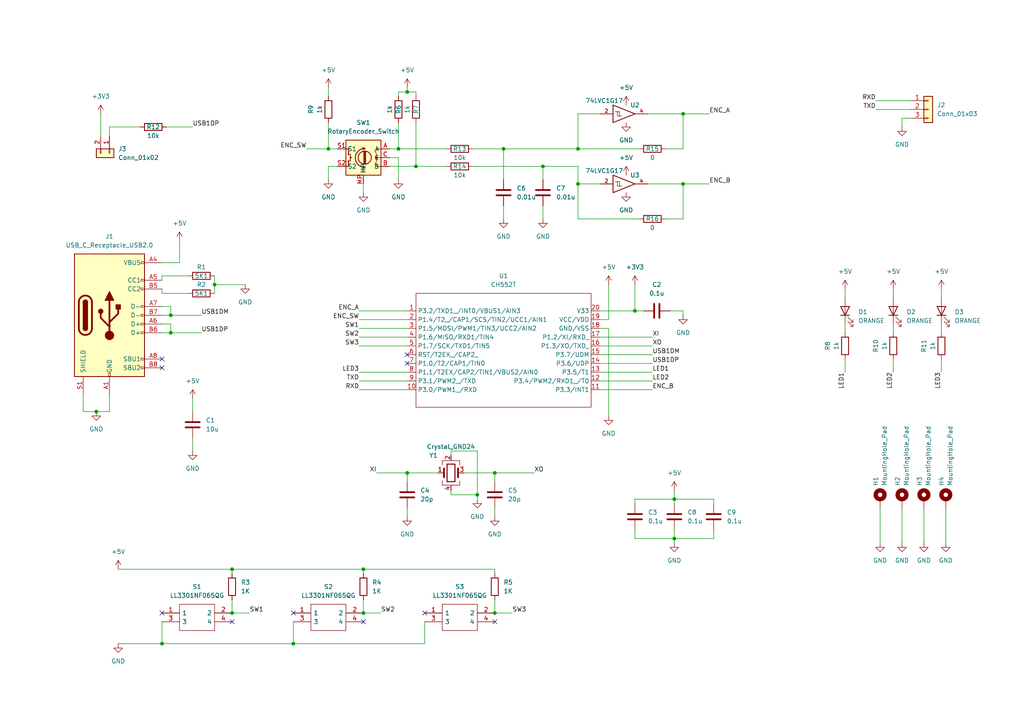
<source format=kicad_sch>
(kicad_sch (version 20211123) (generator eeschema)
  (paper "A4")
  (lib_symbols
    (symbol "74xGxx:74LVC1G17" (pin_names (offset 1.016))
      (property "Reference" "U" (at -2.54 3.81 0))
      (property "Value" "74LVC1G17" (at 0 -3.81 0))
      (symbol "74LVC1G17_0_1"
        (polyline (pts (xy -2.54 0.635) (xy -1.905 0.635) (xy -1.905 -0.635)))
        (polyline (pts (xy -3.81 2.54) (xy -3.81 -2.54) (xy 2.54 0) (xy -3.81 2.54)) (stroke (width 0.254)))
        (polyline (pts (xy -3.175 0.635) (xy -2.54 0.635) (xy -2.54 -0.635) (xy -1.27 -0.635)))
      )
      (symbol "74LVC1G17_1_1"
        (pin input line (at -7.62 0 0) (length 3.81) (name "~") (number "2"))
        (pin power_in line (at 0 -2.54 270) (length 0) hide (name "GND") (number "3"))
        (pin output line (at 6.35 0 180) (length 3.81) (name "~") (number "4"))
        (pin power_in line (at 0 2.54 90) (length 0) hide (name "VCC") (number "5"))
      )
    )
    (symbol "Connector:USB_C_Receptacle_USB2.0" (pin_names (offset 1.016))
      (property "Reference" "J" (at -10.16 19.05 0))
      (property "Value" "USB_C_Receptacle_USB2.0" (at 19.05 19.05 0))
      (symbol "USB_C_Receptacle_USB2.0_0_0"
        (rectangle (start -0.254 -17.78) (end 0.254 -16.764))
        (rectangle (start 10.16 -14.986) (end 9.144 -15.494))
        (rectangle (start 10.16 -12.446) (end 9.144 -12.954))
        (rectangle (start 10.16 -4.826) (end 9.144 -5.334))
        (rectangle (start 10.16 -2.286) (end 9.144 -2.794))
        (rectangle (start 10.16 0.254) (end 9.144 -0.254))
        (rectangle (start 10.16 2.794) (end 9.144 2.286))
        (rectangle (start 10.16 7.874) (end 9.144 7.366))
        (rectangle (start 10.16 10.414) (end 9.144 9.906))
        (rectangle (start 10.16 15.494) (end 9.144 14.986))
      )
      (symbol "USB_C_Receptacle_USB2.0_0_1"
        (rectangle (start -10.16 17.78) (end 10.16 -17.78) (stroke (width 0.254)) (fill (type background)))
        (arc (start -8.89 -3.81) (mid -6.985 -5.715) (end -5.08 -3.81) (stroke (width 0.508)))
        (arc (start -7.62 -3.81) (mid -6.985 -4.445) (end -6.35 -3.81) (stroke (width 0.254)))
        (arc (start -7.62 -3.81) (mid -6.985 -4.445) (end -6.35 -3.81) (stroke (width 0.254)) (fill (type outline)))
        (rectangle (start -7.62 -3.81) (end -6.35 3.81) (stroke (width 0.254)) (fill (type outline)))
        (arc (start -6.35 3.81) (mid -6.985 4.445) (end -7.62 3.81) (stroke (width 0.254)))
        (arc (start -6.35 3.81) (mid -6.985 4.445) (end -7.62 3.81) (stroke (width 0.254)) (fill (type outline)))
        (arc (start -5.08 3.81) (mid -6.985 5.715) (end -8.89 3.81) (stroke (width 0.508)))
        (circle (center -2.54 1.143) (radius 0.635) (stroke (width 0.254)) (fill (type outline)))
        (circle (center 0 -5.842) (radius 1.27) (fill (type outline)))
        (polyline (pts (xy -8.89 -3.81) (xy -8.89 3.81)) (stroke (width 0.508)))
        (polyline (pts (xy -5.08 3.81) (xy -5.08 -3.81)) (stroke (width 0.508)))
        (polyline (pts (xy 0 -5.842) (xy 0 4.318)) (stroke (width 0.508)))
        (polyline (pts (xy 0 -3.302) (xy -2.54 -0.762) (xy -2.54 0.508)) (stroke (width 0.508)))
        (polyline (pts (xy 0 -2.032) (xy 2.54 0.508) (xy 2.54 1.778)) (stroke (width 0.508)))
        (polyline (pts (xy -1.27 4.318) (xy 0 6.858) (xy 1.27 4.318) (xy -1.27 4.318)) (stroke (width 0.254)) (fill (type outline)))
        (rectangle (start 1.905 1.778) (end 3.175 3.048) (stroke (width 0.254)) (fill (type outline)))
      )
      (symbol "USB_C_Receptacle_USB2.0_1_1"
        (pin passive line (at 0 -22.86 90) (length 5.08) (name "GND") (number "A1"))
        (pin passive line (at 0 -22.86 90) (length 5.08) hide (name "GND") (number "A12"))
        (pin passive line (at 15.24 15.24 180) (length 5.08) (name "VBUS") (number "A4"))
        (pin bidirectional line (at 15.24 10.16 180) (length 5.08) (name "CC1") (number "A5"))
        (pin bidirectional line (at 15.24 -2.54 180) (length 5.08) (name "D+") (number "A6"))
        (pin bidirectional line (at 15.24 2.54 180) (length 5.08) (name "D-") (number "A7"))
        (pin bidirectional line (at 15.24 -12.7 180) (length 5.08) (name "SBU1") (number "A8"))
        (pin passive line (at 15.24 15.24 180) (length 5.08) hide (name "VBUS") (number "A9"))
        (pin passive line (at 0 -22.86 90) (length 5.08) hide (name "GND") (number "B1"))
        (pin passive line (at 0 -22.86 90) (length 5.08) hide (name "GND") (number "B12"))
        (pin passive line (at 15.24 15.24 180) (length 5.08) hide (name "VBUS") (number "B4"))
        (pin bidirectional line (at 15.24 7.62 180) (length 5.08) (name "CC2") (number "B5"))
        (pin bidirectional line (at 15.24 -5.08 180) (length 5.08) (name "D+") (number "B6"))
        (pin bidirectional line (at 15.24 0 180) (length 5.08) (name "D-") (number "B7"))
        (pin bidirectional line (at 15.24 -15.24 180) (length 5.08) (name "SBU2") (number "B8"))
        (pin passive line (at 15.24 15.24 180) (length 5.08) hide (name "VBUS") (number "B9"))
        (pin passive line (at -7.62 -22.86 90) (length 5.08) (name "SHIELD") (number "S1"))
      )
    )
    (symbol "Connector_Generic:Conn_01x02" (pin_names (offset 1.016) hide)
      (property "Reference" "J" (at 0 2.54 0))
      (property "Value" "Conn_01x02" (at 0 -5.08 0))
      (symbol "Conn_01x02_1_1"
        (rectangle (start -1.27 -2.413) (end 0 -2.667) (stroke (width 0.1524)))
        (rectangle (start -1.27 0.127) (end 0 -0.127) (stroke (width 0.1524)))
        (rectangle (start -1.27 1.27) (end 1.27 -3.81) (stroke (width 0.254)) (fill (type background)))
        (pin passive line (at -5.08 0 0) (length 3.81) (name "Pin_1") (number "1"))
        (pin passive line (at -5.08 -2.54 0) (length 3.81) (name "Pin_2") (number "2"))
      )
    )
    (symbol "Connector_Generic:Conn_01x03" (pin_names (offset 1.016) hide)
      (property "Reference" "J" (at 0 5.08 0))
      (property "Value" "Conn_01x03" (at 0 -5.08 0))
      (symbol "Conn_01x03_1_1"
        (rectangle (start -1.27 -2.413) (end 0 -2.667) (stroke (width 0.1524)))
        (rectangle (start -1.27 0.127) (end 0 -0.127) (stroke (width 0.1524)))
        (rectangle (start -1.27 2.667) (end 0 2.413) (stroke (width 0.1524)))
        (rectangle (start -1.27 3.81) (end 1.27 -3.81) (stroke (width 0.254)) (fill (type background)))
        (pin passive line (at -5.08 2.54 0) (length 3.81) (name "Pin_1") (number "1"))
        (pin passive line (at -5.08 0 0) (length 3.81) (name "Pin_2") (number "2"))
        (pin passive line (at -5.08 -2.54 0) (length 3.81) (name "Pin_3") (number "3"))
      )
    )
    (symbol "Device:C" (pin_numbers hide) (pin_names (offset 0.254))
      (property "Reference" "C" (at 0.635 2.54 0))
      (property "Value" "C" (at 0.635 -2.54 0))
      (symbol "C_0_1"
        (polyline (pts (xy -2.032 -0.762) (xy 2.032 -0.762)) (stroke (width 0.508)))
        (polyline (pts (xy -2.032 0.762) (xy 2.032 0.762)) (stroke (width 0.508)))
      )
      (symbol "C_1_1"
        (pin passive line (at 0 3.81 270) (length 2.794) (name "~") (number "1"))
        (pin passive line (at 0 -3.81 90) (length 2.794) (name "~") (number "2"))
      )
    )
    (symbol "Device:Crystal_GND24" (pin_names (offset 1.016) hide)
      (property "Reference" "Y" (at 3.175 5.08 0))
      (property "Value" "Crystal_GND24" (at 3.175 3.175 0))
      (symbol "Crystal_GND24_0_1"
        (rectangle (start -1.143 2.54) (end 1.143 -2.54) (stroke (width 0.3048)))
        (polyline (pts (xy -2.54 0) (xy -2.032 0)))
        (polyline (pts (xy -2.032 -1.27) (xy -2.032 1.27)) (stroke (width 0.508)))
        (polyline (pts (xy 0 -3.81) (xy 0 -3.556)))
        (polyline (pts (xy 0 3.556) (xy 0 3.81)))
        (polyline (pts (xy 2.032 -1.27) (xy 2.032 1.27)) (stroke (width 0.508)))
        (polyline (pts (xy 2.032 0) (xy 2.54 0)))
        (polyline (pts (xy -2.54 -2.286) (xy -2.54 -3.556) (xy 2.54 -3.556) (xy 2.54 -2.286)))
        (polyline (pts (xy -2.54 2.286) (xy -2.54 3.556) (xy 2.54 3.556) (xy 2.54 2.286)))
      )
      (symbol "Crystal_GND24_1_1"
        (pin passive line (at -3.81 0 0) (length 1.27) (name "1") (number "1"))
        (pin passive line (at 0 5.08 270) (length 1.27) (name "2") (number "2"))
        (pin passive line (at 3.81 0 180) (length 1.27) (name "3") (number "3"))
        (pin passive line (at 0 -5.08 90) (length 1.27) (name "4") (number "4"))
      )
    )
    (symbol "Device:LED" (pin_numbers hide) (pin_names (offset 1.016) hide)
      (property "Reference" "D" (at 0 2.54 0))
      (property "Value" "LED" (at 0 -2.54 0))
      (symbol "LED_0_1"
        (polyline (pts (xy -1.27 -1.27) (xy -1.27 1.27)) (stroke (width 0.254)))
        (polyline (pts (xy -1.27 0) (xy 1.27 0)))
        (polyline (pts (xy 1.27 -1.27) (xy 1.27 1.27) (xy -1.27 0) (xy 1.27 -1.27)) (stroke (width 0.254)))
        (polyline (pts (xy -3.048 -0.762) (xy -4.572 -2.286) (xy -3.81 -2.286) (xy -4.572 -2.286) (xy -4.572 -1.524)))
        (polyline (pts (xy -1.778 -0.762) (xy -3.302 -2.286) (xy -2.54 -2.286) (xy -3.302 -2.286) (xy -3.302 -1.524)))
      )
      (symbol "LED_1_1"
        (pin passive line (at -3.81 0 0) (length 2.54) (name "K") (number "1"))
        (pin passive line (at 3.81 0 180) (length 2.54) (name "A") (number "2"))
      )
    )
    (symbol "Device:R" (pin_numbers hide) (pin_names (offset 0))
      (property "Reference" "R" (at 2.032 0 90))
      (property "Value" "R" (at 0 0 90))
      (symbol "R_0_1"
        (rectangle (start -1.016 -2.54) (end 1.016 2.54) (stroke (width 0.254)))
      )
      (symbol "R_1_1"
        (pin passive line (at 0 3.81 270) (length 1.27) (name "~") (number "1"))
        (pin passive line (at 0 -3.81 90) (length 1.27) (name "~") (number "2"))
      )
    )
    (symbol "Mechanical:MountingHole_Pad" (pin_numbers hide) (pin_names (offset 1.016) hide)
      (property "Reference" "H" (at 0 6.35 0))
      (property "Value" "MountingHole_Pad" (at 0 4.445 0))
      (symbol "MountingHole_Pad_0_1"
        (circle (center 0 1.27) (radius 1.27) (stroke (width 1.27)))
      )
      (symbol "MountingHole_Pad_1_1"
        (pin input line (at 0 -2.54 90) (length 2.54) (name "1") (number "1"))
      )
    )
    (symbol "SamacSys_Parts:LL3301NF065QG" (pin_names (offset 0.762))
      (property "Reference" "S" (at 16.51 7.62 0))
      (property "Value" "LL3301NF065QG" (at 16.51 5.08 0))
      (symbol "LL3301NF065QG_0_0"
        (pin passive line (at 0 0 0) (length 5.08) (name "1") (number "1"))
        (pin passive line (at 20.32 0 180) (length 5.08) (name "2") (number "2"))
        (pin passive line (at 0 -2.54 0) (length 5.08) (name "3") (number "3"))
        (pin passive line (at 20.32 -2.54 180) (length 5.08) (name "4") (number "4"))
      )
      (symbol "LL3301NF065QG_0_1"
        (polyline (pts (xy 5.08 2.54) (xy 15.24 2.54) (xy 15.24 -5.08) (xy 5.08 -5.08) (xy 5.08 2.54)) (stroke (width 0.1524)))
      )
    )
    (symbol "Signetics:CH552T"
      (property "Reference" "U" (at 3.81 7.62 0))
      (property "Value" "CH552T" (at 29.21 3.81 0))
      (symbol "CH552T_0_1"
        (rectangle (start 2.54 5.08) (end 53.34 -27.94))
      )
      (symbol "CH552T_1_1"
        (pin bidirectional line (at 0 0 0) (length 2.54) (name "P3.2/TXD1_/INT0/VBUS1/AIN3") (number "1"))
        (pin bidirectional line (at 0 -22.86 0) (length 2.54) (name "P3.0/PWM1_/RXD") (number "10"))
        (pin bidirectional line (at 55.88 -22.86 180) (length 2.54) (name "P3.3/INT1") (number "11"))
        (pin bidirectional line (at 55.88 -20.32 180) (length 2.54) (name "P3.4/PWM2/RXD1_/T0") (number "12"))
        (pin bidirectional line (at 55.88 -17.78 180) (length 2.54) (name "P3.5/T1") (number "13"))
        (pin bidirectional line (at 55.88 -15.24 180) (length 2.54) (name "P3.6/UDP") (number "14"))
        (pin bidirectional line (at 55.88 -12.7 180) (length 2.54) (name "P3.7/UDM") (number "15"))
        (pin bidirectional line (at 55.88 -10.16 180) (length 2.54) (name "P1.3/XO/TXD_") (number "16"))
        (pin bidirectional line (at 55.88 -7.62 180) (length 2.54) (name "P1.2/XI/RXD_") (number "17"))
        (pin power_in line (at 55.88 -5.08 180) (length 2.54) (name "GND/VSS") (number "18"))
        (pin power_in line (at 55.88 -2.54 180) (length 2.54) (name "VCC/VDD") (number "19"))
        (pin bidirectional line (at 0 -2.54 0) (length 2.54) (name "P1.4/T2_/CAP1/SCS/TIN2/UCC1/AIN1") (number "2"))
        (pin unspecified line (at 55.88 0 180) (length 2.54) (name "V33") (number "20"))
        (pin bidirectional line (at 0 -5.08 0) (length 2.54) (name "P1.5/MOSI/PWM1/TIN3/UCC2/AIN2") (number "3"))
        (pin bidirectional line (at 0 -7.62 0) (length 2.54) (name "P1.6/MISO/RXD1/TIN4") (number "4"))
        (pin bidirectional line (at 0 -10.16 0) (length 2.54) (name "P1.7/SCK/TXD1/TIN5") (number "5"))
        (pin bidirectional line (at 0 -12.7 0) (length 2.54) (name "RST/T2EX_/CAP2_") (number "6"))
        (pin bidirectional line (at 0 -15.24 0) (length 2.54) (name "P1.0/T2/CAP1/TIN0") (number "7"))
        (pin bidirectional line (at 0 -17.78 0) (length 2.54) (name "P1.1/T2EX/CAP2/TIN1/VBUS2/AIN0") (number "8"))
        (pin bidirectional line (at 0 -20.32 0) (length 2.54) (name "P3.1/PWM2_/TXD") (number "9"))
      )
    )
    (symbol "Signetics:RotaryEncoder_Switch"
      (property "Reference" "SW" (at 6.35 11.43 0))
      (property "Value" "RotaryEncoder_Switch" (at 7.62 8.89 0))
      (symbol "RotaryEncoder_Switch_0_1"
        (polyline (pts (xy 6.985 0.762) (xy 6.985 4.318)) (stroke (width 0.254)))
        (polyline (pts (xy 7.239 0.762) (xy 7.239 4.318)) (stroke (width 0.254)))
        (polyline (pts (xy 7.493 4.318) (xy 7.493 0.762)) (stroke (width 0.254)))
        (polyline (pts (xy 11.43 2.54) (xy 11.049 2.54)) (stroke (width 0.254)))
        (polyline (pts (xy 11.43 3.556) (xy 11.43 1.524)) (stroke (width 0.254)))
        (polyline (pts (xy 2.54 0) (xy 3.81 0) (xy 3.81 0.508)))
        (polyline (pts (xy 2.54 5.08) (xy 3.81 5.08) (xy 3.81 4.572)))
        (polyline (pts (xy 7.874 -0.508) (xy 7.112 -0.254) (xy 7.747 0.127)) (stroke (width 0.254)))
        (polyline (pts (xy 7.874 5.461) (xy 7.112 5.207) (xy 7.747 4.826)) (stroke (width 0.254)))
        (polyline (pts (xy 12.7 0) (xy 11.938 0) (xy 11.938 1.524)) (stroke (width 0.254)))
        (polyline (pts (xy 12.7 5.08) (xy 11.938 5.08) (xy 11.938 3.556)) (stroke (width 0.254)))
        (polyline (pts (xy 2.54 2.54) (xy 3.81 2.54) (xy 3.81 1.524) (xy 4.318 0.508)))
        (polyline (pts (xy 3.302 2.54) (xy 3.81 2.54) (xy 3.81 3.556) (xy 4.318 4.572)))
        (rectangle (start 2.54 7.62) (end 12.7 -2.54) (stroke (width 0.254)) (fill (type background)))
        (circle (center 3.81 2.54) (radius 0.254) (fill (type outline)))
        (arc (start 7.239 -0.254) (mid 9.9822 2.4765) (end 7.239 5.207) (stroke (width 0.254)))
        (circle (center 7.239 2.54) (radius 1.905) (stroke (width 0.254)))
        (circle (center 11.938 1.524) (radius 0.127) (stroke (width 0.254)))
        (circle (center 11.938 3.556) (radius 0.127) (stroke (width 0.254)))
      )
      (symbol "RotaryEncoder_Switch_1_1"
        (pin passive line (at 0 5.08 0) (length 2.54) (name "A") (number "A"))
        (pin passive line (at 0 0 0) (length 2.54) (name "B") (number "B"))
        (pin passive line (at 0 2.54 0) (length 2.54) (name "C") (number "C"))
        (pin passive line (at 7.62 -5.08 90) (length 2.54) (name "MP") (number "MP"))
        (pin passive line (at 15.24 5.08 180) (length 2.54) (name "S1") (number "S1"))
        (pin passive line (at 15.24 0 180) (length 2.54) (name "S2") (number "S2"))
      )
    )
    (symbol "power:+3V3" (power) (pin_names (offset 0))
      (property "Value" "+3V3" (at 0 3.556 0))
      (symbol "+3V3_0_1"
        (polyline (pts (xy -0.762 1.27) (xy 0 2.54)))
        (polyline (pts (xy 0 0) (xy 0 2.54)))
        (polyline (pts (xy 0 2.54) (xy 0.762 1.27)))
      )
      (symbol "+3V3_1_1"
        (pin power_in line (at 0 0 90) (length 0) hide (name "+3V3") (number "1"))
      )
    )
    (symbol "power:+5V" (power) (pin_names (offset 0))
      (property "Value" "+5V" (at 0 3.556 0))
      (symbol "+5V_0_1"
        (polyline (pts (xy -0.762 1.27) (xy 0 2.54)))
        (polyline (pts (xy 0 0) (xy 0 2.54)))
        (polyline (pts (xy 0 2.54) (xy 0.762 1.27)))
      )
      (symbol "+5V_1_1"
        (pin power_in line (at 0 0 90) (length 0) hide (name "+5V") (number "1"))
      )
    )
    (symbol "power:GND" (power) (pin_names (offset 0))
      (property "Value" "GND" (at 0 -3.81 0))
      (symbol "GND_0_1"
        (polyline (pts (xy 0 0) (xy 0 -1.27) (xy 1.27 -1.27) (xy 0 -2.54) (xy -1.27 -1.27) (xy 0 -1.27)))
      )
      (symbol "GND_1_1"
        (pin power_in line (at 0 0 270) (length 0) hide (name "GND") (number "1"))
      )
    )
  )
  (junction (at 62.23 82.55))
  (junction (at 143.51 177.8))
  (junction (at 115.57 43.18))
  (junction (at 195.58 156.21))
  (junction (at 167.64 53.34))
  (junction (at 167.64 43.18))
  (junction (at 138.43 143.51))
  (junction (at 49.53 91.44))
  (junction (at 120.65 48.26))
  (junction (at 67.31 165.1))
  (junction (at 105.41 165.1))
  (junction (at 67.31 177.8))
  (junction (at 198.12 53.34))
  (junction (at 198.12 33.02))
  (junction (at 118.11 26.67))
  (junction (at 49.53 96.52))
  (junction (at 184.15 90.17))
  (junction (at 46.99 186.69))
  (junction (at 27.94 119.38))
  (junction (at 195.58 144.78))
  (junction (at 95.25 43.18))
  (junction (at 146.05 43.18))
  (junction (at 157.48 48.26))
  (junction (at 143.51 137.16))
  (junction (at 105.41 177.8))
  (junction (at 118.11 137.16))
  (junction (at 85.09 186.69))
  (no_connect (at 46.99 106.68))
  (no_connect (at 46.99 177.8))
  (no_connect (at 143.51 180.34))
  (no_connect (at 105.41 180.34))
  (no_connect (at 118.11 105.41))
  (no_connect (at 85.09 177.8))
  (no_connect (at 123.19 177.8))
  (no_connect (at 67.31 180.34))
  (no_connect (at 46.99 104.14))
  (no_connect (at 118.11 102.87))
  (wire (pts (xy 146.05 43.18) (xy 146.05 52.07)))
  (wire (pts (xy 118.11 25.4) (xy 118.11 26.67)))
  (wire (pts (xy 167.64 63.5) (xy 167.64 53.34)))
  (wire (pts (xy 185.42 63.5) (xy 167.64 63.5)))
  (wire (pts (xy 120.65 26.67) (xy 120.65 27.94)))
  (wire (pts (xy 105.41 173.99) (xy 105.41 177.8)))
  (wire (pts (xy 261.62 34.29) (xy 261.62 36.83)))
  (wire (pts (xy 157.48 59.69) (xy 157.48 63.5)))
  (wire (pts (xy 104.14 97.79) (xy 118.11 97.79)))
  (wire (pts (xy 259.08 83.82) (xy 259.08 86.36)))
  (wire (pts (xy 46.99 96.52) (xy 49.53 96.52)))
  (wire (pts (xy 105.41 165.1) (xy 143.51 165.1)))
  (wire (pts (xy 34.29 186.69) (xy 46.99 186.69)))
  (wire (pts (xy 176.53 82.55) (xy 176.53 92.71)))
  (wire (pts (xy 95.25 35.56) (xy 95.25 43.18)))
  (wire (pts (xy 48.26 36.83) (xy 55.88 36.83)))
  (wire (pts (xy 207.01 144.78) (xy 207.01 146.05)))
  (wire (pts (xy 143.51 147.32) (xy 143.51 149.86)))
  (wire (pts (xy 138.43 143.51) (xy 138.43 144.78)))
  (wire (pts (xy 143.51 177.8) (xy 148.59 177.8)))
  (wire (pts (xy 115.57 45.72) (xy 115.57 52.07)))
  (wire (pts (xy 123.19 180.34) (xy 123.19 186.69)))
  (wire (pts (xy 184.15 90.17) (xy 186.69 90.17)))
  (wire (pts (xy 173.99 95.25) (xy 176.53 95.25)))
  (wire (pts (xy 104.14 100.33) (xy 118.11 100.33)))
  (wire (pts (xy 46.99 91.44) (xy 49.53 91.44)))
  (wire (pts (xy 31.75 114.3) (xy 31.75 119.38)))
  (wire (pts (xy 46.99 83.82) (xy 46.99 85.09)))
  (wire (pts (xy 198.12 43.18) (xy 198.12 33.02)))
  (wire (pts (xy 46.99 80.01) (xy 54.61 80.01)))
  (wire (pts (xy 157.48 48.26) (xy 167.64 48.26)))
  (wire (pts (xy 95.25 43.18) (xy 97.79 43.18)))
  (wire (pts (xy 157.48 48.26) (xy 157.48 52.07)))
  (wire (pts (xy 46.99 180.34) (xy 46.99 186.69)))
  (wire (pts (xy 143.51 173.99) (xy 143.51 177.8)))
  (wire (pts (xy 31.75 36.83) (xy 31.75 39.37)))
  (wire (pts (xy 173.99 105.41) (xy 189.23 105.41)))
  (wire (pts (xy 273.05 83.82) (xy 273.05 86.36)))
  (wire (pts (xy 259.08 93.98) (xy 259.08 96.52)))
  (wire (pts (xy 85.09 186.69) (xy 46.99 186.69)))
  (wire (pts (xy 134.62 137.16) (xy 143.51 137.16)))
  (wire (pts (xy 184.15 146.05) (xy 184.15 144.78)))
  (wire (pts (xy 118.11 137.16) (xy 127 137.16)))
  (wire (pts (xy 29.21 33.02) (xy 29.21 39.37)))
  (wire (pts (xy 195.58 144.78) (xy 195.58 146.05)))
  (wire (pts (xy 245.11 104.14) (xy 245.11 107.95)))
  (wire (pts (xy 167.64 43.18) (xy 167.64 33.02)))
  (wire (pts (xy 46.99 85.09) (xy 54.61 85.09)))
  (wire (pts (xy 49.53 91.44) (xy 58.42 91.44)))
  (wire (pts (xy 67.31 165.1) (xy 105.41 165.1)))
  (wire (pts (xy 184.15 82.55) (xy 184.15 90.17)))
  (wire (pts (xy 137.16 43.18) (xy 146.05 43.18)))
  (wire (pts (xy 115.57 43.18) (xy 129.54 43.18)))
  (wire (pts (xy 184.15 153.67) (xy 184.15 156.21)))
  (wire (pts (xy 118.11 147.32) (xy 118.11 149.86)))
  (wire (pts (xy 143.51 165.1) (xy 143.51 166.37)))
  (wire (pts (xy 146.05 43.18) (xy 167.64 43.18)))
  (wire (pts (xy 255.27 157.48) (xy 255.27 147.32)))
  (wire (pts (xy 85.09 180.34) (xy 85.09 186.69)))
  (wire (pts (xy 195.58 142.24) (xy 195.58 144.78)))
  (wire (pts (xy 104.14 92.71) (xy 118.11 92.71)))
  (wire (pts (xy 55.88 115.57) (xy 55.88 119.38)))
  (wire (pts (xy 49.53 96.52) (xy 58.42 96.52)))
  (wire (pts (xy 67.31 177.8) (xy 72.39 177.8)))
  (wire (pts (xy 123.19 186.69) (xy 85.09 186.69)))
  (wire (pts (xy 104.14 90.17) (xy 118.11 90.17)))
  (wire (pts (xy 137.16 48.26) (xy 157.48 48.26)))
  (wire (pts (xy 46.99 88.9) (xy 49.53 88.9)))
  (wire (pts (xy 264.16 34.29) (xy 261.62 34.29)))
  (wire (pts (xy 62.23 82.55) (xy 62.23 85.09)))
  (wire (pts (xy 46.99 93.98) (xy 49.53 93.98)))
  (wire (pts (xy 195.58 156.21) (xy 195.58 157.48)))
  (wire (pts (xy 120.65 48.26) (xy 129.54 48.26)))
  (wire (pts (xy 245.11 93.98) (xy 245.11 96.52)))
  (wire (pts (xy 167.64 53.34) (xy 173.99 53.34)))
  (wire (pts (xy 105.41 165.1) (xy 105.41 166.37)))
  (wire (pts (xy 245.11 83.82) (xy 245.11 86.36)))
  (wire (pts (xy 62.23 82.55) (xy 71.12 82.55)))
  (wire (pts (xy 67.31 165.1) (xy 67.31 166.37)))
  (wire (pts (xy 88.9 43.18) (xy 95.25 43.18)))
  (wire (pts (xy 167.64 43.18) (xy 185.42 43.18)))
  (wire (pts (xy 120.65 35.56) (xy 120.65 48.26)))
  (wire (pts (xy 113.03 48.26) (xy 120.65 48.26)))
  (wire (pts (xy 273.05 104.14) (xy 273.05 107.95)))
  (wire (pts (xy 97.79 48.26) (xy 95.25 48.26)))
  (wire (pts (xy 49.53 93.98) (xy 49.53 96.52)))
  (wire (pts (xy 95.25 48.26) (xy 95.25 52.07)))
  (wire (pts (xy 173.99 102.87) (xy 189.23 102.87)))
  (wire (pts (xy 115.57 26.67) (xy 118.11 26.67)))
  (wire (pts (xy 173.99 90.17) (xy 184.15 90.17)))
  (wire (pts (xy 198.12 53.34) (xy 205.74 53.34)))
  (wire (pts (xy 254 29.21) (xy 264.16 29.21)))
  (wire (pts (xy 173.99 100.33) (xy 189.23 100.33)))
  (wire (pts (xy 184.15 156.21) (xy 195.58 156.21)))
  (wire (pts (xy 104.14 113.03) (xy 118.11 113.03)))
  (wire (pts (xy 259.08 104.14) (xy 259.08 107.95)))
  (wire (pts (xy 138.43 130.81) (xy 138.43 143.51)))
  (wire (pts (xy 46.99 81.28) (xy 46.99 80.01)))
  (wire (pts (xy 173.99 110.49) (xy 189.23 110.49)))
  (wire (pts (xy 173.99 97.79) (xy 189.23 97.79)))
  (wire (pts (xy 52.07 69.85) (xy 52.07 76.2)))
  (wire (pts (xy 207.01 156.21) (xy 207.01 153.67)))
  (wire (pts (xy 198.12 63.5) (xy 198.12 53.34)))
  (wire (pts (xy 194.31 90.17) (xy 198.12 90.17)))
  (wire (pts (xy 46.99 76.2) (xy 52.07 76.2)))
  (wire (pts (xy 118.11 137.16) (xy 118.11 139.7)))
  (wire (pts (xy 195.58 153.67) (xy 195.58 156.21)))
  (wire (pts (xy 104.14 110.49) (xy 118.11 110.49)))
  (wire (pts (xy 143.51 137.16) (xy 143.51 139.7)))
  (wire (pts (xy 274.32 157.48) (xy 274.32 147.32)))
  (wire (pts (xy 261.62 157.48) (xy 261.62 147.32)))
  (wire (pts (xy 40.64 36.83) (xy 31.75 36.83)))
  (wire (pts (xy 49.53 88.9) (xy 49.53 91.44)))
  (wire (pts (xy 146.05 59.69) (xy 146.05 63.5)))
  (wire (pts (xy 95.25 25.4) (xy 95.25 27.94)))
  (wire (pts (xy 173.99 92.71) (xy 176.53 92.71)))
  (wire (pts (xy 55.88 130.81) (xy 55.88 127)))
  (wire (pts (xy 115.57 27.94) (xy 115.57 26.67)))
  (wire (pts (xy 198.12 90.17) (xy 198.12 91.44)))
  (wire (pts (xy 173.99 107.95) (xy 189.23 107.95)))
  (wire (pts (xy 167.64 48.26) (xy 167.64 53.34)))
  (wire (pts (xy 105.41 177.8) (xy 110.49 177.8)))
  (wire (pts (xy 113.03 45.72) (xy 115.57 45.72)))
  (wire (pts (xy 130.81 130.81) (xy 138.43 130.81)))
  (wire (pts (xy 273.05 93.98) (xy 273.05 96.52)))
  (wire (pts (xy 105.41 53.34) (xy 105.41 55.88)))
  (wire (pts (xy 198.12 33.02) (xy 205.74 33.02)))
  (wire (pts (xy 187.96 53.34) (xy 198.12 53.34)))
  (wire (pts (xy 130.81 132.08) (xy 130.81 130.81)))
  (wire (pts (xy 173.99 113.03) (xy 189.23 113.03)))
  (wire (pts (xy 62.23 80.01) (xy 62.23 82.55)))
  (wire (pts (xy 267.97 157.48) (xy 267.97 147.32)))
  (wire (pts (xy 104.14 107.95) (xy 118.11 107.95)))
  (wire (pts (xy 195.58 144.78) (xy 207.01 144.78)))
  (wire (pts (xy 130.81 142.24) (xy 130.81 143.51)))
  (wire (pts (xy 67.31 173.99) (xy 67.31 177.8)))
  (wire (pts (xy 113.03 43.18) (xy 115.57 43.18)))
  (wire (pts (xy 193.04 43.18) (xy 198.12 43.18)))
  (wire (pts (xy 31.75 119.38) (xy 27.94 119.38)))
  (wire (pts (xy 193.04 63.5) (xy 198.12 63.5)))
  (wire (pts (xy 24.13 114.3) (xy 24.13 119.38)))
  (wire (pts (xy 195.58 156.21) (xy 207.01 156.21)))
  (wire (pts (xy 167.64 33.02) (xy 173.99 33.02)))
  (wire (pts (xy 118.11 26.67) (xy 120.65 26.67)))
  (wire (pts (xy 187.96 33.02) (xy 198.12 33.02)))
  (wire (pts (xy 104.14 95.25) (xy 118.11 95.25)))
  (wire (pts (xy 24.13 119.38) (xy 27.94 119.38)))
  (wire (pts (xy 34.29 165.1) (xy 67.31 165.1)))
  (wire (pts (xy 143.51 137.16) (xy 154.94 137.16)))
  (wire (pts (xy 109.22 137.16) (xy 118.11 137.16)))
  (wire (pts (xy 176.53 95.25) (xy 176.53 120.65)))
  (wire (pts (xy 254 31.75) (xy 264.16 31.75)))
  (wire (pts (xy 184.15 144.78) (xy 195.58 144.78)))
  (wire (pts (xy 130.81 143.51) (xy 138.43 143.51)))
  (wire (pts (xy 115.57 35.56) (xy 115.57 43.18)))
  (label "ENC_SW" (at 88.9 43.18 180))
  (label "ENC_B" (at 205.74 53.34 0))
  (label "SW2" (at 110.49 177.8 0))
  (label "USB1DP" (at 55.88 36.83 0))
  (label "USB1DP" (at 58.42 96.52 0))
  (label "ENC_B" (at 189.23 113.03 0))
  (label "SW2" (at 104.14 97.79 180))
  (label "USB1DM" (at 58.42 91.44 0))
  (label "LED3" (at 104.14 107.95 180))
  (label "LED1" (at 189.23 107.95 0))
  (label "RXD" (at 254 29.21 180))
  (label "XI" (at 189.23 97.79 0))
  (label "ENC_A" (at 104.14 90.17 180))
  (label "RXD" (at 104.14 113.03 180))
  (label "SW1" (at 72.39 177.8 0))
  (label "TXD" (at 254 31.75 180))
  (label "LED1" (at 245.11 107.95 270))
  (label "LED2" (at 189.23 110.49 0))
  (label "SW3" (at 148.59 177.8 0))
  (label "XO" (at 189.23 100.33 0))
  (label "XI" (at 109.22 137.16 180))
  (label "LED3" (at 273.05 107.95 270))
  (label "SW1" (at 104.14 95.25 180))
  (label "XO" (at 154.94 137.16 0))
  (label "USB1DM" (at 189.23 102.87 0))
  (label "ENC_SW" (at 104.14 92.71 180))
  (label "SW3" (at 104.14 100.33 180))
  (label "TXD" (at 104.14 110.49 180))
  (label "USB1DP" (at 189.23 105.41 0))
  (label "LED2" (at 259.08 107.95 270))
  (label "ENC_A" (at 205.74 33.02 0))
  (symbol (lib_id "Device:R") (at 67.31 170.18 0) (unit 1)
    (property "Reference" "R3" (at 69.85 168.9099 0) (effects (justify left)))
    (property "Value" "1K" (at 69.85 171.4499 0) (effects (justify left)))
    (property "Footprint" "Resistor_SMD:R_0805_2012Metric" (effects hide))
  )
  (symbol (lib_id "Device:R") (at 273.05 100.33 180) (unit 1)
    (property "Reference" "R11" (at 267.97 100.33 90))
    (property "Value" "1k" (at 270.51 100.33 90))
    (property "Footprint" "Resistor_SMD:R_0805_2012Metric" (effects hide))
  )
  (symbol (lib_id "Connector_Generic:Conn_01x03") (at 269.24 31.75 0) (unit 1)
    (property "Reference" "J2" (at 271.78 30.4799 0) (effects (justify left)))
    (property "Value" "Conn_01x03" (at 271.78 33.0199 0) (effects (justify left)))
    (property "Footprint" "Connector_PinHeader_2.54mm:PinHeader_1x03_P2.54mm_Horizontal" (effects hide))
  )
  (symbol (lib_id "power:+5V") (at 259.08 83.82 0) (unit 1)
    (property "Reference" "#PWR0120" (effects hide))
    (property "Value" "+5V" (at 259.08 78.74 0))
  )
  (symbol (lib_id "Device:LED") (at 273.05 90.17 90) (unit 1)
    (property "Reference" "D3" (at 276.86 90.4874 90) (effects (justify right)))
    (property "Value" "ORANGE" (at 276.86 93.0274 90) (effects (justify right)))
    (property "Footprint" "LED_SMD:LED_0805_2012Metric" (effects hide))
  )
  (symbol (lib_id "Device:R") (at 245.11 100.33 180) (unit 1)
    (property "Reference" "R8" (at 240.03 100.33 90))
    (property "Value" "1k" (at 242.57 100.33 90))
    (property "Footprint" "Resistor_SMD:R_0805_2012Metric" (effects hide))
  )
  (symbol (lib_id "Device:C") (at 195.58 149.86 180) (unit 1)
    (property "Reference" "C8" (at 199.39 148.5899 0) (effects (justify right)))
    (property "Value" "0.1u" (at 199.39 151.1299 0) (effects (justify right)))
    (property "Footprint" "Capacitor_SMD:C_0805_2012Metric" (effects hide))
  )
  (symbol (lib_id "power:GND") (at 27.94 119.38 0) (unit 1)
    (property "Reference" "#PWR0106" (effects hide))
    (property "Value" "GND" (at 27.94 124.46 0))
  )
  (symbol (lib_id "power:GND") (at 71.12 82.55 0) (unit 1)
    (property "Reference" "#PWR0109" (effects hide))
    (property "Value" "GND" (at 71.12 87.63 0))
  )
  (symbol (lib_id "power:GND") (at 118.11 149.86 0) (unit 1)
    (property "Reference" "#PWR0126" (effects hide))
    (property "Value" "GND" (at 118.11 154.94 0))
  )
  (symbol (lib_id "power:GND") (at 55.88 130.81 0) (unit 1)
    (property "Reference" "#PWR0107" (effects hide))
    (property "Value" "GND" (at 55.88 135.89 0))
  )
  (symbol (lib_id "power:GND") (at 138.43 144.78 0) (unit 1)
    (property "Reference" "#PWR0127" (effects hide))
    (property "Value" "GND" (at 138.43 149.86 0))
  )
  (symbol (lib_id "Device:R") (at 95.25 31.75 180) (unit 1)
    (property "Reference" "R9" (at 90.17 31.75 90))
    (property "Value" "1k" (at 92.71 31.75 90))
    (property "Footprint" "Resistor_SMD:R_0805_2012Metric" (effects hide))
  )
  (symbol (lib_id "SamacSys_Parts:LL3301NF065QG") (at 123.19 177.8 0) (unit 1)
    (property "Reference" "S3" (at 133.35 170.18 0))
    (property "Value" "LL3301NF065QG" (at 133.35 172.72 0))
    (property "Footprint" "LL3301NF065QG" (effects hide))
    (property "Datasheet" "http://spec_sheets.e-switch.com/specs/P090002.pdf" (effects hide))
    (property "Description" "E-SWITCH - LL3301NF065QG - TACTILE SW, SPST, 0.05A, 12VDC, SOLDER" (effects hide))
    (property "Height" "4" (effects hide))
    (property "Mouser Part Number" "612-LL3301NF065QG" (effects hide))
    (property "Mouser Price/Stock" "https://www.mouser.co.uk/ProductDetail/E-Switch/LL3301NF065QG?qs=QtyuwXswaQiWhwgY68YTTw%3D%3D" (effects hide))
    (property "Manufacturer_Name" "E-Switch" (effects hide))
    (property "Manufacturer_Part_Number" "LL3301NF065QG" (effects hide))
  )
  (symbol (lib_id "power:+3V3") (at 184.15 82.55 0) (unit 1)
    (property "Reference" "#PWR0132" (effects hide))
    (property "Value" "+3V3" (at 184.15 77.47 0))
  )
  (symbol (lib_id "74xGxx:74LVC1G17") (at 181.61 33.02 0) (unit 1)
    (property "Reference" "U2" (at 184.15 30.48 0))
    (property "Value" "74LVC1G17" (at 175.26 29.21 0))
    (property "Footprint" "Package_TO_SOT_SMD:SOT-353_SC-70-5" (effects hide))
    (property "Datasheet" "http://www.ti.com/lit/sg/scyt129e/scyt129e.pdf" (effects hide))
  )
  (symbol (lib_id "Device:C") (at 207.01 149.86 180) (unit 1)
    (property "Reference" "C9" (at 210.82 148.5899 0) (effects (justify right)))
    (property "Value" "0.1u" (at 210.82 151.1299 0) (effects (justify right)))
    (property "Footprint" "Capacitor_SMD:C_0805_2012Metric" (effects hide))
  )
  (symbol (lib_id "Device:Crystal_GND24") (at 130.81 137.16 0) (unit 1)
    (property "Reference" "Y1" (at 125.73 132.08 0))
    (property "Value" "Crystal_GND24" (at 130.81 129.54 0))
    (property "Footprint" "Crystal:Crystal_SMD_3225-4Pin_3.2x2.5mm" (effects hide))
  )
  (symbol (lib_id "power:GND") (at 261.62 36.83 0) (unit 1)
    (property "Reference" "#PWR0128" (effects hide))
    (property "Value" "GND" (at 261.62 41.91 0))
  )
  (symbol (lib_id "Device:R") (at 189.23 43.18 270) (unit 1)
    (property "Reference" "R15" (at 189.23 43.18 90))
    (property "Value" "0" (at 189.23 45.72 90))
    (property "Footprint" "Resistor_SMD:R_0805_2012Metric" (effects hide))
  )
  (symbol (lib_id "power:+3V3") (at 29.21 33.02 0) (unit 1)
    (property "Reference" "#PWR0136" (effects hide))
    (property "Value" "+3V3" (at 29.21 27.94 0))
  )
  (symbol (lib_id "power:GND") (at 267.97 157.48 0) (unit 1)
    (property "Reference" "#PWR0103" (effects hide))
    (property "Value" "GND" (at 267.97 162.56 0))
  )
  (symbol (lib_id "Signetics:RotaryEncoder_Switch") (at 113.03 48.26 0) (mirror y) (unit 1)
    (property "Reference" "SW1" (at 105.41 35.56 0))
    (property "Value" "RotaryEncoder_Switch" (at 105.41 38.1 0))
    (property "Footprint" "Rotary_Encoder:RotaryEncoder_Alps_EC11E-Switch_Vertical_H20mm" (effects hide))
  )
  (symbol (lib_id "power:+5V") (at 273.05 83.82 0) (unit 1)
    (property "Reference" "#PWR0121" (effects hide))
    (property "Value" "+5V" (at 273.05 78.74 0))
  )
  (symbol (lib_id "Device:C") (at 146.05 55.88 180) (unit 1)
    (property "Reference" "C6" (at 149.86 54.6099 0) (effects (justify right)))
    (property "Value" "0.01u" (at 149.86 57.1499 0) (effects (justify right)))
    (property "Footprint" "Capacitor_SMD:C_0805_2012Metric" (effects hide))
  )
  (symbol (lib_id "Device:C") (at 190.5 90.17 90) (unit 1)
    (property "Reference" "C2" (at 190.5 82.55 90))
    (property "Value" "0.1u" (at 190.5 85.09 90))
    (property "Footprint" "Capacitor_SMD:C_0805_2012Metric" (effects hide))
  )
  (symbol (lib_id "Device:LED") (at 259.08 90.17 90) (unit 1)
    (property "Reference" "D2" (at 262.89 90.4874 90) (effects (justify right)))
    (property "Value" "ORANGE" (at 262.89 93.0274 90) (effects (justify right)))
    (property "Footprint" "LED_SMD:LED_0805_2012Metric" (effects hide))
  )
  (symbol (lib_id "Device:R") (at 189.23 63.5 270) (unit 1)
    (property "Reference" "R16" (at 189.23 63.5 90))
    (property "Value" "0" (at 189.23 66.04 90))
    (property "Footprint" "Resistor_SMD:R_0805_2012Metric" (effects hide))
  )
  (symbol (lib_id "Device:R") (at 115.57 31.75 180) (unit 1)
    (property "Reference" "R6" (at 115.57 31.75 90))
    (property "Value" "1k" (at 113.03 31.75 90))
    (property "Footprint" "Resistor_SMD:R_0805_2012Metric" (effects hide))
  )
  (symbol (lib_id "Mechanical:MountingHole_Pad") (at 267.97 144.78 0) (unit 1)
    (property "Reference" "H3" (at 266.6999 140.97 90) (effects (justify left)))
    (property "Value" "MountingHole_Pad" (at 269.2399 140.97 90) (effects (justify left)))
    (property "Footprint" "MountingHole:MountingHole_3.2mm_M3_Pad" (effects hide))
  )
  (symbol (lib_id "power:GND") (at 176.53 120.65 0) (unit 1)
    (property "Reference" "#PWR0114" (effects hide))
    (property "Value" "GND" (at 176.53 125.73 0))
  )
  (symbol (lib_id "power:GND") (at 198.12 91.44 0) (unit 1)
    (property "Reference" "#PWR0116" (effects hide))
    (property "Value" "GND" (at 198.12 96.52 0))
  )
  (symbol (lib_id "power:+5V") (at 95.25 25.4 0) (unit 1)
    (property "Reference" "#PWR0118" (effects hide))
    (property "Value" "+5V" (at 95.25 20.32 0))
  )
  (symbol (lib_id "Mechanical:MountingHole_Pad") (at 274.32 144.78 0) (unit 1)
    (property "Reference" "H4" (at 273.0499 140.97 90) (effects (justify left)))
    (property "Value" "MountingHole_Pad" (at 275.5899 140.97 90) (effects (justify left)))
    (property "Footprint" "MountingHole:MountingHole_3.2mm_M3_Pad" (effects hide))
  )
  (symbol (lib_id "Mechanical:MountingHole_Pad") (at 255.27 144.78 0) (unit 1)
    (property "Reference" "H1" (at 253.9999 140.97 90) (effects (justify left)))
    (property "Value" "MountingHole_Pad" (at 256.5399 140.97 90) (effects (justify left)))
    (property "Footprint" "MountingHole:MountingHole_3.2mm_M3_Pad" (effects hide))
  )
  (symbol (lib_id "Device:C") (at 157.48 55.88 180) (unit 1)
    (property "Reference" "C7" (at 161.29 54.6099 0) (effects (justify right)))
    (property "Value" "0.01u" (at 161.29 57.1499 0) (effects (justify right)))
    (property "Footprint" "Capacitor_SMD:C_0805_2012Metric" (effects hide))
  )
  (symbol (lib_id "power:GND") (at 115.57 52.07 0) (unit 1)
    (property "Reference" "#PWR0117" (effects hide))
    (property "Value" "GND" (at 115.57 57.15 0))
  )
  (symbol (lib_id "SamacSys_Parts:LL3301NF065QG") (at 46.99 177.8 0) (unit 1)
    (property "Reference" "S1" (at 57.15 170.18 0))
    (property "Value" "LL3301NF065QG" (at 57.15 172.72 0))
    (property "Footprint" "LL3301NF065QG" (effects hide))
    (property "Datasheet" "http://spec_sheets.e-switch.com/specs/P090002.pdf" (effects hide))
    (property "Description" "E-SWITCH - LL3301NF065QG - TACTILE SW, SPST, 0.05A, 12VDC, SOLDER" (effects hide))
    (property "Height" "4" (effects hide))
    (property "Mouser Part Number" "612-LL3301NF065QG" (effects hide))
    (property "Mouser Price/Stock" "https://www.mouser.co.uk/ProductDetail/E-Switch/LL3301NF065QG?qs=QtyuwXswaQiWhwgY68YTTw%3D%3D" (effects hide))
    (property "Manufacturer_Name" "E-Switch" (effects hide))
    (property "Manufacturer_Part_Number" "LL3301NF065QG" (effects hide))
  )
  (symbol (lib_id "power:+5V") (at 195.58 142.24 0) (unit 1)
    (property "Reference" "#PWR0124" (effects hide))
    (property "Value" "+5V" (at 195.58 137.16 0))
  )
  (symbol (lib_id "power:GND") (at 34.29 186.69 0) (unit 1)
    (property "Reference" "#PWR0110" (effects hide))
    (property "Value" "GND" (at 34.29 191.77 0))
  )
  (symbol (lib_id "Device:LED") (at 245.11 90.17 90) (unit 1)
    (property "Reference" "D1" (at 248.92 90.4874 90) (effects (justify right)))
    (property "Value" "ORANGE" (at 248.92 93.0274 90) (effects (justify right)))
    (property "Footprint" "LED_SMD:LED_0805_2012Metric" (effects hide))
  )
  (symbol (lib_id "power:GND") (at 195.58 157.48 0) (unit 1)
    (property "Reference" "#PWR0123" (effects hide))
    (property "Value" "GND" (at 195.58 162.56 0))
  )
  (symbol (lib_id "power:GND") (at 261.62 157.48 0) (unit 1)
    (property "Reference" "#PWR0105" (effects hide))
    (property "Value" "GND" (at 261.62 162.56 0))
  )
  (symbol (lib_id "power:GND") (at 181.61 55.88 0) (unit 1)
    (property "Reference" "#PWR0133" (effects hide))
    (property "Value" "GND" (at 181.61 60.96 0))
  )
  (symbol (lib_id "Device:R") (at 143.51 170.18 0) (unit 1)
    (property "Reference" "R5" (at 146.05 168.9099 0) (effects (justify left)))
    (property "Value" "1K" (at 146.05 171.4499 0) (effects (justify left)))
    (property "Footprint" "Resistor_SMD:R_0805_2012Metric" (effects hide))
  )
  (symbol (lib_id "Device:R") (at 259.08 100.33 180) (unit 1)
    (property "Reference" "R10" (at 254 100.33 90))
    (property "Value" "1k" (at 256.54 100.33 90))
    (property "Footprint" "Resistor_SMD:R_0805_2012Metric" (effects hide))
  )
  (symbol (lib_id "power:GND") (at 181.61 35.56 0) (unit 1)
    (property "Reference" "#PWR0129" (effects hide))
    (property "Value" "GND" (at 181.61 40.64 0))
  )
  (symbol (lib_id "power:+5V") (at 176.53 82.55 0) (unit 1)
    (property "Reference" "#PWR0115" (effects hide))
    (property "Value" "+5V" (at 176.53 77.47 0))
  )
  (symbol (lib_id "Device:C") (at 55.88 123.19 0) (unit 1)
    (property "Reference" "C1" (at 59.69 121.9199 0) (effects (justify left)))
    (property "Value" "10u" (at 59.69 124.4599 0) (effects (justify left)))
    (property "Footprint" "Capacitor_SMD:C_1206_3216Metric" (effects hide))
  )
  (symbol (lib_id "power:+5V") (at 55.88 115.57 0) (unit 1)
    (property "Reference" "#PWR0108" (effects hide))
    (property "Value" "+5V" (at 55.88 110.49 0))
  )
  (symbol (lib_id "power:GND") (at 157.48 63.5 0) (unit 1)
    (property "Reference" "#PWR0131" (effects hide))
    (property "Value" "GND" (at 157.48 68.58 0))
  )
  (symbol (lib_id "Device:R") (at 44.45 36.83 270) (unit 1)
    (property "Reference" "R12" (at 44.45 36.83 90))
    (property "Value" "10k" (at 44.45 39.37 90))
    (property "Footprint" "Resistor_SMD:R_0805_2012Metric" (effects hide))
  )
  (symbol (lib_id "Device:C") (at 184.15 149.86 180) (unit 1)
    (property "Reference" "C3" (at 187.96 148.5899 0) (effects (justify right)))
    (property "Value" "0.1u" (at 187.96 151.1299 0) (effects (justify right)))
    (property "Footprint" "Capacitor_SMD:C_0805_2012Metric" (effects hide))
  )
  (symbol (lib_id "power:+5V") (at 118.11 25.4 0) (unit 1)
    (property "Reference" "#PWR0112" (effects hide))
    (property "Value" "+5V" (at 118.11 20.32 0))
  )
  (symbol (lib_id "power:+5V") (at 181.61 30.48 0) (unit 1)
    (property "Reference" "#PWR0130" (effects hide))
    (property "Value" "+5V" (at 181.61 25.4 0))
  )
  (symbol (lib_id "power:GND") (at 274.32 157.48 0) (unit 1)
    (property "Reference" "#PWR0102" (effects hide))
    (property "Value" "GND" (at 274.32 162.56 0))
  )
  (symbol (lib_id "power:+5V") (at 245.11 83.82 0) (unit 1)
    (property "Reference" "#PWR0119" (effects hide))
    (property "Value" "+5V" (at 245.11 78.74 0))
  )
  (symbol (lib_id "power:GND") (at 146.05 63.5 0) (unit 1)
    (property "Reference" "#PWR0135" (effects hide))
    (property "Value" "GND" (at 146.05 68.58 0))
  )
  (symbol (lib_id "power:+5V") (at 181.61 50.8 0) (unit 1)
    (property "Reference" "#PWR0134" (effects hide))
    (property "Value" "+5V" (at 181.61 45.72 0))
  )
  (symbol (lib_id "Device:C") (at 143.51 143.51 180) (unit 1)
    (property "Reference" "C5" (at 147.32 142.2399 0) (effects (justify right)))
    (property "Value" "20p" (at 147.32 144.7799 0) (effects (justify right)))
    (property "Footprint" "Capacitor_SMD:C_0805_2012Metric" (effects hide))
  )
  (symbol (lib_id "power:GND") (at 255.27 157.48 0) (unit 1)
    (property "Reference" "#PWR0104" (effects hide))
    (property "Value" "GND" (at 255.27 162.56 0))
  )
  (symbol (lib_id "power:GND") (at 143.51 149.86 0) (unit 1)
    (property "Reference" "#PWR0125" (effects hide))
    (property "Value" "GND" (at 143.51 154.94 0))
  )
  (symbol (lib_id "Connector_Generic:Conn_01x02") (at 31.75 44.45 270) (unit 1)
    (property "Reference" "J3" (at 34.29 43.1799 90) (effects (justify left)))
    (property "Value" "Conn_01x02" (at 34.29 45.7199 90) (effects (justify left)))
    (property "Footprint" "Connector_PinHeader_2.54mm:PinHeader_1x02_P2.54mm_Horizontal" (effects hide))
  )
  (symbol (lib_id "Device:R") (at 105.41 170.18 0) (unit 1)
    (property "Reference" "R4" (at 107.95 168.9099 0) (effects (justify left)))
    (property "Value" "1K" (at 107.95 171.4499 0) (effects (justify left)))
    (property "Footprint" "Resistor_SMD:R_0805_2012Metric" (effects hide))
  )
  (symbol (lib_id "Signetics:CH552T") (at 118.11 90.17 0) (unit 1)
    (property "Reference" "U1" (at 146.05 80.01 0))
    (property "Value" "CH552T" (at 146.05 82.55 0))
    (property "Footprint" "Package_SO:TSSOP-20_4.4x6.5mm_P0.65mm" (effects hide))
  )
  (symbol (lib_id "Device:R") (at 58.42 85.09 90) (unit 1)
    (property "Reference" "R2" (at 58.42 82.55 90))
    (property "Value" "5K1" (at 58.42 85.09 90))
    (property "Footprint" "Resistor_SMD:R_0805_2012Metric" (effects hide))
  )
  (symbol (lib_id "Device:C") (at 118.11 143.51 180) (unit 1)
    (property "Reference" "C4" (at 121.92 142.2399 0) (effects (justify right)))
    (property "Value" "20p" (at 121.92 144.7799 0) (effects (justify right)))
    (property "Footprint" "Capacitor_SMD:C_0805_2012Metric" (effects hide))
  )
  (symbol (lib_id "power:+5V") (at 34.29 165.1 0) (unit 1)
    (property "Reference" "#PWR0111" (effects hide))
    (property "Value" "+5V" (at 34.29 160.02 0))
  )
  (symbol (lib_id "Connector:USB_C_Receptacle_USB2.0") (at 31.75 91.44 0) (unit 1)
    (property "Reference" "J1" (at 31.75 68.58 0))
    (property "Value" "USB_C_Receptacle_USB2.0" (at 31.75 71.12 0))
    (property "Footprint" "Connector_USB:USB_C_Receptacle_HRO_TYPE-C-31-M-12" (effects hide))
    (property "Datasheet" "https://www.usb.org/sites/default/files/documents/usb_type-c.zip" (effects hide))
  )
  (symbol (lib_id "SamacSys_Parts:LL3301NF065QG") (at 85.09 177.8 0) (unit 1)
    (property "Reference" "S2" (at 95.25 170.18 0))
    (property "Value" "LL3301NF065QG" (at 95.25 172.72 0))
    (property "Footprint" "LL3301NF065QG" (effects hide))
    (property "Datasheet" "http://spec_sheets.e-switch.com/specs/P090002.pdf" (effects hide))
    (property "Description" "E-SWITCH - LL3301NF065QG - TACTILE SW, SPST, 0.05A, 12VDC, SOLDER" (effects hide))
    (property "Height" "4" (effects hide))
    (property "Mouser Part Number" "612-LL3301NF065QG" (effects hide))
    (property "Mouser Price/Stock" "https://www.mouser.co.uk/ProductDetail/E-Switch/LL3301NF065QG?qs=QtyuwXswaQiWhwgY68YTTw%3D%3D" (effects hide))
    (property "Manufacturer_Name" "E-Switch" (effects hide))
    (property "Manufacturer_Part_Number" "LL3301NF065QG" (effects hide))
  )
  (symbol (lib_id "Device:R") (at 58.42 80.01 90) (unit 1)
    (property "Reference" "R1" (at 58.42 77.47 90))
    (property "Value" "5K1" (at 58.42 80.01 90))
    (property "Footprint" "Resistor_SMD:R_0805_2012Metric" (effects hide))
  )
  (symbol (lib_id "power:+5V") (at 52.07 69.85 0) (unit 1)
    (property "Reference" "#PWR0101" (effects hide))
    (property "Value" "+5V" (at 52.07 64.77 0))
  )
  (symbol (lib_id "Mechanical:MountingHole_Pad") (at 261.62 144.78 0) (unit 1)
    (property "Reference" "H2" (at 260.3499 140.97 90) (effects (justify left)))
    (property "Value" "MountingHole_Pad" (at 262.8899 140.97 90) (effects (justify left)))
    (property "Footprint" "MountingHole:MountingHole_3.2mm_M3_Pad" (effects hide))
  )
  (symbol (lib_id "Device:R") (at 120.65 31.75 180) (unit 1)
    (property "Reference" "R7" (at 120.65 31.75 90))
    (property "Value" "1k" (at 118.11 31.75 90))
    (property "Footprint" "Resistor_SMD:R_0805_2012Metric" (effects hide))
  )
  (symbol (lib_id "power:GND") (at 95.25 52.07 0) (unit 1)
    (property "Reference" "#PWR0113" (effects hide))
    (property "Value" "GND" (at 95.25 57.15 0))
  )
  (symbol (lib_id "power:GND") (at 105.41 55.88 0) (unit 1)
    (property "Reference" "#PWR0122" (effects hide))
    (property "Value" "GND" (at 105.41 60.96 0))
  )
  (symbol (lib_id "74xGxx:74LVC1G17") (at 181.61 53.34 0) (unit 1)
    (property "Reference" "U3" (at 184.15 50.8 0))
    (property "Value" "74LVC1G17" (at 175.26 49.53 0))
    (property "Footprint" "Package_TO_SOT_SMD:SOT-353_SC-70-5" (effects hide))
    (property "Datasheet" "http://www.ti.com/lit/sg/scyt129e/scyt129e.pdf" (effects hide))
  )
  (symbol (lib_id "Device:R") (at 133.35 43.18 270) (unit 1)
    (property "Reference" "R13" (at 133.35 43.18 90))
    (property "Value" "10k" (at 133.35 45.72 90))
    (property "Footprint" "Resistor_SMD:R_0805_2012Metric" (effects hide))
  )
  (symbol (lib_id "Device:R") (at 133.35 48.26 270) (unit 1)
    (property "Reference" "R14" (at 133.35 48.26 90))
    (property "Value" "10k" (at 133.35 50.8 90))
    (property "Footprint" "Resistor_SMD:R_0805_2012Metric" (effects hide))
  )
)
</source>
